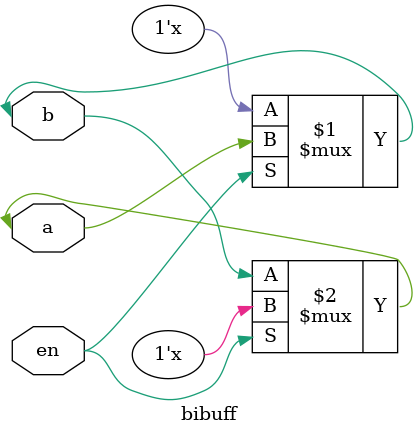
<source format=v>
module bibuff (inout a,b,
				input en);
				
				
				bufif1 b1(b,a,en);
				bufif0 b2(a,b,en);
				
				endmodule
				
</source>
